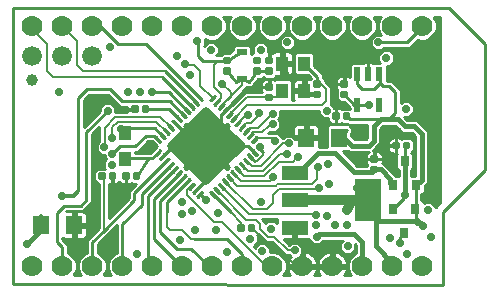
<source format=gbl>
G75*
G70*
%OFA0B0*%
%FSLAX24Y24*%
%IPPOS*%
%LPD*%
%AMOC8*
5,1,8,0,0,1.08239X$1,22.5*
%
%ADD10C,0.0100*%
%ADD11C,0.0125*%
%ADD12C,0.0394*%
%ADD13R,0.0394X0.0472*%
%ADD14R,0.0217X0.0472*%
%ADD15R,0.0310X0.0350*%
%ADD16R,0.0551X0.0630*%
%ADD17R,0.0413X0.0512*%
%ADD18C,0.0087*%
%ADD19C,0.0190*%
%ADD20R,0.0880X0.0480*%
%ADD21R,0.0866X0.1417*%
%ADD22R,0.0327X0.0248*%
%ADD23C,0.0700*%
%ADD24C,0.0660*%
%ADD25OC8,0.0240*%
%ADD26C,0.0080*%
%ADD27OC8,0.0270*%
%ADD28OC8,0.0320*%
%ADD29C,0.0160*%
%ADD30C,0.0320*%
%ADD31C,0.0120*%
D10*
X001820Y001850D02*
X016150Y001840D01*
X016150Y004250D01*
X017550Y005650D01*
X017550Y009850D01*
X017530Y009870D02*
X016350Y011050D01*
X001820Y011060D01*
X001820Y001850D01*
X003450Y002450D02*
X003450Y003090D01*
X003270Y003270D01*
X003270Y004230D01*
X003510Y004470D01*
X004070Y004470D01*
X004250Y004650D01*
X004250Y006920D01*
X004960Y007630D01*
X004710Y007635D02*
X004170Y007095D01*
X004170Y007995D01*
X004345Y008170D01*
X004975Y008170D01*
X005375Y007770D01*
X005600Y007770D01*
X005600Y007693D01*
X005862Y007693D01*
X005862Y007667D01*
X005600Y007667D01*
X005600Y007590D01*
X005210Y007590D01*
X005210Y007734D01*
X005064Y007880D01*
X004856Y007880D01*
X004710Y007734D01*
X004710Y007635D01*
X004704Y007629D02*
X004170Y007629D01*
X004170Y007727D02*
X004710Y007727D01*
X004802Y007826D02*
X004170Y007826D01*
X004170Y007924D02*
X005221Y007924D01*
X005123Y008023D02*
X004197Y008023D01*
X004296Y008121D02*
X005024Y008121D01*
X005050Y008350D02*
X004270Y008350D01*
X003990Y008070D01*
X003990Y004950D01*
X004430Y004969D02*
X004660Y004969D01*
X004660Y004871D02*
X004430Y004871D01*
X004430Y004772D02*
X004660Y004772D01*
X004660Y004674D02*
X004430Y004674D01*
X004430Y004575D02*
X004430Y006845D01*
X004690Y007105D01*
X004690Y006604D01*
X004600Y006514D01*
X004600Y006306D01*
X004746Y006160D01*
X004860Y006160D01*
X004860Y006096D01*
X004921Y006036D01*
X004835Y005950D01*
X004835Y005730D01*
X004860Y005705D01*
X004633Y005705D01*
X004520Y005592D01*
X004520Y005308D01*
X004633Y005195D01*
X004660Y005195D01*
X004660Y003715D01*
X004375Y003430D01*
X004270Y003325D01*
X004270Y002895D01*
X004178Y002857D01*
X004043Y002722D01*
X003970Y002545D01*
X003970Y002355D01*
X004043Y002178D01*
X004073Y002148D01*
X003827Y002149D01*
X003857Y002178D01*
X003930Y002355D01*
X003930Y002545D01*
X003857Y002722D01*
X003722Y002857D01*
X003630Y002895D01*
X003630Y003165D01*
X003525Y003270D01*
X003450Y003345D01*
X003450Y003399D01*
X003473Y003375D01*
X003508Y003355D01*
X003546Y003345D01*
X003791Y003345D01*
X003791Y003760D01*
X003891Y003760D01*
X003891Y003345D01*
X004137Y003345D01*
X004175Y003355D01*
X004209Y003375D01*
X004237Y003403D01*
X004257Y003437D01*
X004267Y003475D01*
X004267Y003760D01*
X003891Y003760D01*
X003891Y003860D01*
X003791Y003860D01*
X003791Y004275D01*
X003570Y004275D01*
X003585Y004290D01*
X004145Y004290D01*
X004430Y004575D01*
X004660Y004575D01*
X004660Y004477D02*
X004331Y004477D01*
X004233Y004378D02*
X004660Y004378D01*
X004660Y004280D02*
X003574Y004280D01*
X003791Y004181D02*
X003891Y004181D01*
X003891Y004275D02*
X003891Y003860D01*
X004267Y003860D01*
X004267Y004145D01*
X004257Y004183D01*
X004237Y004217D01*
X004209Y004245D01*
X004175Y004265D01*
X004137Y004275D01*
X003891Y004275D01*
X003891Y004083D02*
X003791Y004083D01*
X003791Y003984D02*
X003891Y003984D01*
X003891Y003886D02*
X003791Y003886D01*
X003891Y003787D02*
X004660Y003787D01*
X004660Y003886D02*
X004267Y003886D01*
X004267Y003984D02*
X004660Y003984D01*
X004660Y004083D02*
X004267Y004083D01*
X004257Y004181D02*
X004660Y004181D01*
X005000Y004181D02*
X005126Y004181D01*
X005028Y004083D02*
X005000Y004083D01*
X005000Y004055D02*
X005000Y005184D01*
X005035Y005175D01*
X005112Y005175D01*
X005112Y005437D01*
X005138Y005437D01*
X005138Y005175D01*
X005215Y005175D01*
X005270Y005189D01*
X005318Y005217D01*
X005350Y005249D01*
X005382Y005217D01*
X005430Y005189D01*
X005485Y005175D01*
X005562Y005175D01*
X005562Y005437D01*
X005588Y005437D01*
X005588Y005175D01*
X005665Y005175D01*
X005720Y005189D01*
X005763Y005215D01*
X005783Y005195D01*
X005910Y005195D01*
X005775Y005060D01*
X005670Y004955D01*
X005670Y004725D01*
X005000Y004055D01*
X005000Y004280D02*
X005225Y004280D01*
X005323Y004378D02*
X005000Y004378D01*
X005000Y004477D02*
X005422Y004477D01*
X005520Y004575D02*
X005000Y004575D01*
X005000Y004674D02*
X005619Y004674D01*
X005670Y004772D02*
X005000Y004772D01*
X005000Y004871D02*
X005670Y004871D01*
X005684Y004969D02*
X005000Y004969D01*
X005000Y005068D02*
X005783Y005068D01*
X005881Y005166D02*
X005000Y005166D01*
X005112Y005265D02*
X005138Y005265D01*
X005138Y005363D02*
X005112Y005363D01*
X005562Y005363D02*
X005588Y005363D01*
X005588Y005265D02*
X005562Y005265D01*
X005925Y005450D02*
X006225Y005925D01*
X006350Y006050D01*
X005583Y006050D01*
X005550Y006017D01*
X005877Y006230D02*
X005877Y006270D01*
X005965Y006270D01*
X006305Y006610D01*
X006438Y006610D01*
X006598Y006450D01*
X006562Y006414D01*
X006560Y006414D01*
X006375Y006230D01*
X005877Y006230D01*
X005877Y006250D02*
X006395Y006250D01*
X006493Y006348D02*
X006043Y006348D01*
X006141Y006447D02*
X006594Y006447D01*
X006503Y006545D02*
X006240Y006545D01*
X006230Y006790D02*
X005890Y006450D01*
X005360Y006450D01*
X005110Y006200D01*
X004860Y006151D02*
X004430Y006151D01*
X004430Y006053D02*
X004904Y006053D01*
X004839Y005954D02*
X004430Y005954D01*
X004430Y005856D02*
X004835Y005856D01*
X004835Y005757D02*
X004430Y005757D01*
X004430Y005659D02*
X004586Y005659D01*
X004520Y005560D02*
X004430Y005560D01*
X004430Y005462D02*
X004520Y005462D01*
X004520Y005363D02*
X004430Y005363D01*
X004430Y005265D02*
X004563Y005265D01*
X004660Y005166D02*
X004430Y005166D01*
X004430Y005068D02*
X004660Y005068D01*
X005850Y004880D02*
X005850Y004650D01*
X004830Y003630D01*
X004450Y003250D01*
X004450Y002450D01*
X003995Y002605D02*
X003905Y002605D01*
X003930Y002507D02*
X003970Y002507D01*
X003970Y002408D02*
X003930Y002408D01*
X003911Y002310D02*
X003989Y002310D01*
X004029Y002211D02*
X003871Y002211D01*
X003865Y002704D02*
X004035Y002704D01*
X004123Y002802D02*
X003777Y002802D01*
X003630Y002901D02*
X004270Y002901D01*
X004270Y002999D02*
X003630Y002999D01*
X003630Y003098D02*
X004270Y003098D01*
X004270Y003196D02*
X003599Y003196D01*
X003500Y003295D02*
X004270Y003295D01*
X004227Y003393D02*
X004338Y003393D01*
X004267Y003492D02*
X004437Y003492D01*
X004535Y003590D02*
X004267Y003590D01*
X004267Y003689D02*
X004634Y003689D01*
X004946Y003492D02*
X005270Y003492D01*
X005270Y003590D02*
X005045Y003590D01*
X005010Y003555D02*
X004630Y003175D01*
X004630Y002895D01*
X004722Y002857D01*
X004857Y002722D01*
X004930Y002545D01*
X004930Y002355D01*
X004857Y002178D01*
X004827Y002148D01*
X005073Y002148D01*
X005043Y002178D01*
X004970Y002355D01*
X004970Y002545D01*
X005043Y002722D01*
X005178Y002857D01*
X005270Y002895D01*
X005270Y003815D01*
X005010Y003555D01*
X005143Y003689D02*
X005270Y003689D01*
X005270Y003787D02*
X005242Y003787D01*
X005450Y003850D02*
X005450Y002450D01*
X004995Y002605D02*
X004905Y002605D01*
X004930Y002507D02*
X004970Y002507D01*
X004970Y002408D02*
X004930Y002408D01*
X004911Y002310D02*
X004989Y002310D01*
X005029Y002211D02*
X004871Y002211D01*
X004865Y002704D02*
X005035Y002704D01*
X005123Y002802D02*
X004777Y002802D01*
X004630Y002901D02*
X005270Y002901D01*
X005270Y002999D02*
X004630Y002999D01*
X004630Y003098D02*
X005270Y003098D01*
X005270Y003196D02*
X004651Y003196D01*
X004749Y003295D02*
X005270Y003295D01*
X005270Y003393D02*
X004848Y003393D01*
X005450Y003850D02*
X006100Y004500D01*
X006100Y004857D01*
X007060Y005817D01*
X006921Y005951D02*
X005850Y004880D01*
X006300Y004778D02*
X006300Y002650D01*
X006450Y002500D01*
X006450Y002450D01*
X006500Y003350D02*
X007400Y002450D01*
X007450Y002450D01*
X007750Y003030D02*
X008330Y002450D01*
X008450Y002450D01*
X007750Y003030D02*
X007270Y003030D01*
X006700Y003600D01*
X006700Y004622D01*
X007477Y005399D01*
X007338Y005538D02*
X006500Y004700D01*
X006500Y003350D01*
X006950Y004250D02*
X006950Y004593D01*
X007617Y005260D01*
X007895Y004981D02*
X008750Y005836D01*
X008750Y005950D01*
X008817Y005954D02*
X008675Y005954D01*
X008718Y006053D02*
X008577Y006053D01*
X008620Y006151D02*
X008478Y006151D01*
X008521Y006250D02*
X008380Y006250D01*
X008423Y006348D02*
X008281Y006348D01*
X008250Y006379D02*
X008321Y006450D01*
X009001Y005770D01*
X008930Y005699D01*
X008250Y006379D01*
X007570Y005699D01*
X007499Y005770D01*
X008179Y006450D01*
X007499Y007130D01*
X007570Y007201D01*
X008250Y006521D01*
X008179Y006450D01*
X008250Y006379D01*
X008219Y006348D02*
X008077Y006348D01*
X008120Y006250D02*
X007979Y006250D01*
X008022Y006151D02*
X007880Y006151D01*
X007923Y006053D02*
X007782Y006053D01*
X007825Y005954D02*
X007683Y005954D01*
X007726Y005856D02*
X007585Y005856D01*
X007628Y005757D02*
X007512Y005757D01*
X007199Y005677D02*
X006300Y004778D01*
X006350Y006050D02*
X006450Y006050D01*
X006634Y006234D01*
X006642Y006234D01*
X006782Y006095D02*
X007636Y006950D01*
X007750Y006950D01*
X007472Y006950D01*
X007199Y007223D01*
X007505Y007136D02*
X007635Y007136D01*
X007592Y007038D02*
X007733Y007038D01*
X007690Y006939D02*
X007832Y006939D01*
X007789Y006841D02*
X007930Y006841D01*
X007887Y006742D02*
X008029Y006742D01*
X007986Y006644D02*
X008127Y006644D01*
X008084Y006545D02*
X008226Y006545D01*
X008250Y006521D02*
X008930Y007201D01*
X009001Y007130D01*
X008321Y006450D01*
X008250Y006521D01*
X008274Y006545D02*
X008416Y006545D01*
X008373Y006644D02*
X008514Y006644D01*
X008471Y006742D02*
X008613Y006742D01*
X008570Y006841D02*
X008711Y006841D01*
X008668Y006939D02*
X008810Y006939D01*
X008750Y006950D02*
X008950Y006950D01*
X009450Y006450D01*
X009642Y006450D01*
X009858Y006234D01*
X009719Y006095D02*
X009864Y005950D01*
X010150Y006250D02*
X010050Y006350D01*
X010050Y006410D01*
X010320Y006880D02*
X010380Y006940D01*
X010574Y006940D01*
X010720Y007086D01*
X010720Y007294D01*
X010644Y007370D01*
X010710Y007436D01*
X010710Y007640D01*
X012020Y007640D01*
X012020Y007526D01*
X012166Y007380D01*
X012300Y007380D01*
X012300Y007360D01*
X012314Y007305D01*
X012342Y007257D01*
X012382Y007217D01*
X012430Y007189D01*
X012485Y007175D01*
X012562Y007175D01*
X012562Y007437D01*
X012588Y007437D01*
X012588Y007175D01*
X012665Y007175D01*
X012720Y007189D01*
X012763Y007215D01*
X012783Y007195D01*
X012950Y007195D01*
X012970Y007175D01*
X012352Y007175D01*
X012276Y007099D01*
X012276Y006440D01*
X012004Y006440D01*
X012004Y006680D01*
X011629Y006680D01*
X011629Y006780D01*
X012004Y006780D01*
X012004Y007065D01*
X011994Y007103D01*
X011974Y007137D01*
X011947Y007165D01*
X011912Y007185D01*
X011874Y007195D01*
X011629Y007195D01*
X011629Y006780D01*
X011529Y006780D01*
X011529Y007195D01*
X011283Y007195D01*
X011245Y007185D01*
X011211Y007165D01*
X011183Y007137D01*
X011163Y007103D01*
X011153Y007065D01*
X011153Y006780D01*
X011529Y006780D01*
X011529Y006680D01*
X011224Y006680D01*
X011104Y006800D01*
X010896Y006800D01*
X010816Y006720D01*
X010800Y006720D01*
X010800Y006734D01*
X010654Y006880D01*
X010320Y006880D01*
X010379Y006939D02*
X011153Y006939D01*
X011153Y006841D02*
X010693Y006841D01*
X010792Y006742D02*
X010838Y006742D01*
X011162Y006742D02*
X011529Y006742D01*
X011529Y006841D02*
X011629Y006841D01*
X011629Y006939D02*
X011529Y006939D01*
X011529Y007038D02*
X011629Y007038D01*
X011629Y007136D02*
X011529Y007136D01*
X011183Y007136D02*
X010720Y007136D01*
X010720Y007235D02*
X012365Y007235D01*
X012313Y007136D02*
X011975Y007136D01*
X012004Y007038D02*
X012276Y007038D01*
X012276Y006939D02*
X012004Y006939D01*
X012004Y006841D02*
X012276Y006841D01*
X012276Y006742D02*
X011629Y006742D01*
X012004Y006644D02*
X012276Y006644D01*
X012276Y006545D02*
X012004Y006545D01*
X012004Y006447D02*
X012276Y006447D01*
X012681Y006730D02*
X012925Y006974D01*
X013105Y006939D02*
X013620Y006939D01*
X013620Y006841D02*
X013087Y006841D01*
X013087Y006881D02*
X013105Y006899D01*
X013105Y007048D01*
X013087Y007067D01*
X013087Y007099D01*
X013016Y007170D01*
X013620Y007170D01*
X013620Y006717D01*
X013583Y006680D01*
X013197Y006680D01*
X013087Y006790D01*
X013087Y006881D01*
X013135Y006742D02*
X013620Y006742D01*
X013620Y007038D02*
X013105Y007038D01*
X013050Y007136D02*
X013620Y007136D01*
X014040Y007023D02*
X014157Y007140D01*
X014543Y007140D01*
X014660Y007023D01*
X014783Y006900D01*
X015103Y006900D01*
X015220Y006783D01*
X015220Y005455D01*
X015080Y005455D01*
X015080Y005656D01*
X015145Y005721D01*
X015145Y006179D01*
X015088Y006236D01*
X015180Y006328D01*
X015180Y006612D01*
X015067Y006725D01*
X014783Y006725D01*
X014763Y006705D01*
X014720Y006731D01*
X014665Y006745D01*
X014588Y006745D01*
X014588Y006483D01*
X014562Y006483D01*
X014562Y006745D01*
X014485Y006745D01*
X014430Y006731D01*
X014382Y006703D01*
X014342Y006663D01*
X014314Y006615D01*
X014300Y006560D01*
X014300Y006483D01*
X014562Y006483D01*
X014562Y006457D01*
X014588Y006457D01*
X014588Y006195D01*
X014591Y006195D01*
X014575Y006179D01*
X014575Y005721D01*
X014651Y005645D01*
X014660Y005645D01*
X014660Y005455D01*
X014582Y005455D01*
X014477Y005560D01*
X014152Y005885D01*
X014112Y005885D01*
X014125Y005935D01*
X014125Y006012D01*
X013863Y006012D01*
X013863Y006038D01*
X013837Y006038D01*
X013837Y006300D01*
X013797Y006300D01*
X013917Y006420D01*
X014040Y006543D01*
X014040Y007023D01*
X014055Y007038D02*
X014645Y007038D01*
X014547Y007136D02*
X014153Y007136D01*
X014070Y007350D02*
X014350Y007350D01*
X014550Y007550D01*
X014550Y008250D01*
X014350Y008450D01*
X014150Y008450D01*
X014050Y008550D01*
X014050Y008836D01*
X014024Y008862D01*
X014262Y008909D02*
X016050Y008909D01*
X016050Y008811D02*
X014262Y008811D01*
X014262Y008712D02*
X016050Y008712D01*
X016050Y008614D02*
X014441Y008614D01*
X014425Y008630D02*
X014262Y008630D01*
X014262Y009125D01*
X014360Y009125D01*
X014515Y009280D01*
X014515Y009500D01*
X014360Y009655D01*
X014140Y009655D01*
X013985Y009500D01*
X013985Y009280D01*
X014037Y009228D01*
X013862Y009228D01*
X013851Y009217D01*
X013850Y009218D01*
X013816Y009238D01*
X013778Y009248D01*
X013654Y009248D01*
X013654Y008866D01*
X013646Y008866D01*
X013646Y009248D01*
X013522Y009248D01*
X013484Y009238D01*
X013450Y009218D01*
X013449Y009217D01*
X013438Y009228D01*
X013114Y009228D01*
X013038Y009152D01*
X013038Y008761D01*
X012995Y008786D01*
X012940Y008800D01*
X012863Y008800D01*
X012863Y008538D01*
X012837Y008538D01*
X012837Y008800D01*
X012760Y008800D01*
X012705Y008786D01*
X012657Y008758D01*
X012617Y008718D01*
X012589Y008670D01*
X012575Y008615D01*
X012575Y008538D01*
X012837Y008538D01*
X012837Y008512D01*
X012575Y008512D01*
X012575Y008435D01*
X012589Y008380D01*
X012615Y008337D01*
X012595Y008317D01*
X012595Y008033D01*
X012708Y007920D01*
X012850Y007920D01*
X013007Y007764D01*
X013038Y007733D01*
X013038Y007705D01*
X012783Y007705D01*
X012763Y007685D01*
X012720Y007711D01*
X012665Y007725D01*
X012588Y007725D01*
X012588Y007463D01*
X012562Y007463D01*
X012562Y007725D01*
X012520Y007725D01*
X012520Y007734D01*
X012397Y007857D01*
X012420Y007880D01*
X012420Y008420D01*
X012245Y008595D01*
X012205Y008635D01*
X012205Y008667D01*
X012130Y008742D01*
X012130Y008841D01*
X011851Y009121D01*
X011851Y009513D01*
X011775Y009589D01*
X011254Y009589D01*
X011177Y009513D01*
X011177Y008893D01*
X011254Y008817D01*
X011646Y008817D01*
X011745Y008717D01*
X011731Y008703D01*
X011564Y008703D01*
X011564Y008347D01*
X011464Y008347D01*
X011464Y008247D01*
X011157Y008247D01*
X011157Y008022D01*
X011168Y007983D01*
X011170Y007980D01*
X011115Y007980D01*
X011123Y007987D01*
X011123Y008607D01*
X011046Y008683D01*
X010525Y008683D01*
X010516Y008673D01*
X010495Y008686D01*
X010440Y008700D01*
X010363Y008700D01*
X010363Y008438D01*
X010337Y008438D01*
X010337Y008700D01*
X010260Y008700D01*
X010205Y008686D01*
X010157Y008658D01*
X010117Y008618D01*
X010089Y008570D01*
X010075Y008515D01*
X009836Y008515D01*
X009832Y008509D02*
X009980Y008700D01*
X010092Y008700D01*
X010150Y008758D01*
X010208Y008700D01*
X010492Y008700D01*
X010589Y008797D01*
X010736Y008797D01*
X010736Y009153D01*
X010836Y009153D01*
X010836Y009253D01*
X010736Y009253D01*
X010736Y009609D01*
X010559Y009609D01*
X010521Y009598D01*
X010487Y009579D01*
X010478Y009570D01*
X010440Y009580D01*
X010363Y009580D01*
X010363Y009318D01*
X010337Y009318D01*
X010337Y009580D01*
X010320Y009580D01*
X010320Y009774D01*
X010174Y009920D01*
X009966Y009920D01*
X009820Y009774D01*
X009820Y009569D01*
X009805Y009566D01*
X009757Y009538D01*
X009743Y009524D01*
X009743Y009761D01*
X009667Y009837D01*
X009233Y009837D01*
X009157Y009761D01*
X009157Y009673D01*
X009144Y009664D01*
X009097Y009647D01*
X009085Y009622D01*
X008998Y009560D01*
X008808Y009560D01*
X008733Y009485D01*
X008589Y009485D01*
X008660Y009556D01*
X008660Y009764D01*
X008514Y009910D01*
X008306Y009910D01*
X008170Y009774D01*
X008170Y009795D01*
X008215Y009840D01*
X008215Y010028D01*
X008355Y009970D01*
X008545Y009970D01*
X008722Y010043D01*
X008857Y010178D01*
X008930Y010355D01*
X008930Y010545D01*
X008857Y010722D01*
X008824Y010755D01*
X009076Y010755D01*
X009043Y010722D01*
X008970Y010545D01*
X008970Y010355D01*
X009043Y010178D01*
X009178Y010043D01*
X009355Y009970D01*
X009545Y009970D01*
X009722Y010043D01*
X009857Y010178D01*
X009930Y010355D01*
X009930Y010545D01*
X009857Y010722D01*
X009824Y010754D01*
X010075Y010754D01*
X010043Y010722D01*
X009970Y010545D01*
X009970Y010355D01*
X010043Y010178D01*
X010178Y010043D01*
X010355Y009970D01*
X010545Y009970D01*
X010722Y010043D01*
X010857Y010178D01*
X010930Y010355D01*
X010930Y010545D01*
X010857Y010722D01*
X010825Y010754D01*
X011075Y010754D01*
X011043Y010722D01*
X010970Y010545D01*
X010970Y010355D01*
X011043Y010178D01*
X011178Y010043D01*
X011355Y009970D01*
X011545Y009970D01*
X011722Y010043D01*
X011857Y010178D01*
X011930Y010355D01*
X011930Y010545D01*
X011857Y010722D01*
X011826Y010753D01*
X012074Y010753D01*
X012043Y010722D01*
X011970Y010545D01*
X011970Y010355D01*
X012043Y010178D01*
X012178Y010043D01*
X012355Y009970D01*
X012545Y009970D01*
X012722Y010043D01*
X012857Y010178D01*
X012930Y010355D01*
X012930Y010545D01*
X012857Y010722D01*
X012826Y010752D01*
X013073Y010752D01*
X013043Y010722D01*
X012970Y010545D01*
X012970Y010355D01*
X013043Y010178D01*
X013178Y010043D01*
X013355Y009970D01*
X013545Y009970D01*
X013722Y010043D01*
X013857Y010178D01*
X013930Y010355D01*
X013930Y010545D01*
X013857Y010722D01*
X013827Y010752D01*
X014073Y010752D01*
X014043Y010722D01*
X013970Y010545D01*
X013970Y010355D01*
X014043Y010178D01*
X014061Y010160D01*
X013886Y010160D01*
X013740Y010014D01*
X013740Y009806D01*
X013886Y009660D01*
X014094Y009660D01*
X014164Y009730D01*
X015025Y009730D01*
X015130Y009835D01*
X015130Y009835D01*
X015291Y009996D01*
X015355Y009970D01*
X015545Y009970D01*
X015722Y010043D01*
X015857Y010178D01*
X015930Y010355D01*
X015930Y010545D01*
X015857Y010722D01*
X015828Y010750D01*
X016050Y010750D01*
X016050Y004574D01*
X015900Y004425D01*
X015750Y004575D01*
X015530Y004575D01*
X015505Y004550D01*
X015505Y004579D01*
X015429Y004655D01*
X015420Y004655D01*
X015420Y004845D01*
X015449Y004845D01*
X015525Y004921D01*
X015525Y005138D01*
X015640Y005253D01*
X015640Y006957D01*
X015517Y007080D01*
X015277Y007320D01*
X014957Y007320D01*
X014852Y007425D01*
X015020Y007425D01*
X015175Y007580D01*
X015175Y007800D01*
X015020Y007955D01*
X014800Y007955D01*
X014730Y007885D01*
X014730Y008325D01*
X014530Y008525D01*
X014425Y008630D01*
X014540Y008515D02*
X016050Y008515D01*
X016050Y008417D02*
X014638Y008417D01*
X014730Y008318D02*
X016050Y008318D01*
X016050Y008220D02*
X014730Y008220D01*
X014730Y008121D02*
X016050Y008121D01*
X016050Y008023D02*
X014730Y008023D01*
X014730Y007924D02*
X014769Y007924D01*
X015051Y007924D02*
X016050Y007924D01*
X016050Y007826D02*
X015149Y007826D01*
X015175Y007727D02*
X016050Y007727D01*
X016050Y007629D02*
X015175Y007629D01*
X015125Y007530D02*
X016050Y007530D01*
X016050Y007432D02*
X015026Y007432D01*
X014944Y007333D02*
X016050Y007333D01*
X016050Y007235D02*
X015362Y007235D01*
X015461Y007136D02*
X016050Y007136D01*
X016050Y007038D02*
X015559Y007038D01*
X015640Y006939D02*
X016050Y006939D01*
X016050Y006841D02*
X015640Y006841D01*
X015640Y006742D02*
X016050Y006742D01*
X016050Y006644D02*
X015640Y006644D01*
X015640Y006545D02*
X016050Y006545D01*
X016050Y006447D02*
X015640Y006447D01*
X015640Y006348D02*
X016050Y006348D01*
X016050Y006250D02*
X015640Y006250D01*
X015640Y006151D02*
X016050Y006151D01*
X016050Y006053D02*
X015640Y006053D01*
X015640Y005954D02*
X016050Y005954D01*
X016050Y005856D02*
X015640Y005856D01*
X015640Y005757D02*
X016050Y005757D01*
X016050Y005659D02*
X015640Y005659D01*
X015640Y005560D02*
X016050Y005560D01*
X016050Y005462D02*
X015640Y005462D01*
X015640Y005363D02*
X016050Y005363D01*
X016050Y005265D02*
X015640Y005265D01*
X015553Y005166D02*
X016050Y005166D01*
X016050Y005068D02*
X015525Y005068D01*
X015525Y004969D02*
X016050Y004969D01*
X016050Y004871D02*
X015474Y004871D01*
X015420Y004772D02*
X016050Y004772D01*
X016050Y004674D02*
X015420Y004674D01*
X015505Y004575D02*
X016050Y004575D01*
X015952Y004477D02*
X015848Y004477D01*
X015240Y004370D02*
X015220Y004350D01*
X015250Y004320D01*
X015250Y004050D01*
X015400Y003900D01*
X015460Y003780D01*
X014840Y003550D02*
X014710Y003420D01*
X014710Y003220D01*
X013240Y003163D02*
X013240Y002883D01*
X013178Y002857D01*
X013043Y002722D01*
X012970Y002545D01*
X012970Y002355D01*
X013043Y002178D01*
X013079Y002142D01*
X012844Y002142D01*
X012878Y002188D01*
X012913Y002258D01*
X012938Y002333D01*
X012948Y002400D01*
X012500Y002400D01*
X012500Y002500D01*
X012400Y002500D01*
X012400Y002948D01*
X012333Y002938D01*
X012258Y002913D01*
X012188Y002878D01*
X012124Y002831D01*
X012069Y002776D01*
X012022Y002712D01*
X011987Y002642D01*
X011962Y002567D01*
X011952Y002500D01*
X012400Y002500D01*
X012400Y002400D01*
X011952Y002400D01*
X011962Y002333D01*
X011987Y002258D01*
X012022Y002188D01*
X012055Y002143D01*
X011845Y002143D01*
X011878Y002188D01*
X011913Y002258D01*
X011938Y002333D01*
X011948Y002400D01*
X011500Y002400D01*
X011500Y002500D01*
X011400Y002500D01*
X011400Y002836D01*
X011450Y002886D01*
X011450Y003094D01*
X011304Y003240D01*
X011096Y003240D01*
X011023Y003167D01*
X010840Y003350D01*
X011150Y003350D01*
X011150Y003690D01*
X011250Y003690D01*
X011250Y003350D01*
X011660Y003350D01*
X011680Y003355D01*
X011680Y003326D01*
X011826Y003180D01*
X012034Y003180D01*
X012154Y003300D01*
X012806Y003300D01*
X012720Y003214D01*
X012720Y003006D01*
X012866Y002860D01*
X013074Y002860D01*
X013220Y003006D01*
X013220Y003183D01*
X013240Y003163D01*
X013240Y003098D02*
X013220Y003098D01*
X013213Y002999D02*
X013240Y002999D01*
X013240Y002901D02*
X013114Y002901D01*
X013123Y002802D02*
X012805Y002802D01*
X012831Y002776D02*
X012776Y002831D01*
X012712Y002878D01*
X012642Y002913D01*
X012567Y002938D01*
X012500Y002948D01*
X012500Y002500D01*
X012948Y002500D01*
X012938Y002567D01*
X012913Y002642D01*
X012878Y002712D01*
X012831Y002776D01*
X012882Y002704D02*
X013035Y002704D01*
X012995Y002605D02*
X012925Y002605D01*
X012947Y002507D02*
X012970Y002507D01*
X012970Y002408D02*
X012500Y002408D01*
X012500Y002507D02*
X012400Y002507D01*
X012400Y002605D02*
X012500Y002605D01*
X012500Y002704D02*
X012400Y002704D01*
X012400Y002802D02*
X012500Y002802D01*
X012500Y002901D02*
X012400Y002901D01*
X012233Y002901D02*
X011667Y002901D01*
X011642Y002913D02*
X011567Y002938D01*
X011500Y002948D01*
X011500Y002500D01*
X011948Y002500D01*
X011938Y002567D01*
X011913Y002642D01*
X011878Y002712D01*
X011831Y002776D01*
X011776Y002831D01*
X011712Y002878D01*
X011642Y002913D01*
X011500Y002901D02*
X011450Y002901D01*
X011450Y002999D02*
X012727Y002999D01*
X012720Y003098D02*
X011446Y003098D01*
X011348Y003196D02*
X011810Y003196D01*
X011712Y003295D02*
X010896Y003295D01*
X010994Y003196D02*
X011052Y003196D01*
X011150Y003393D02*
X011250Y003393D01*
X011250Y003492D02*
X011150Y003492D01*
X011150Y003590D02*
X011250Y003590D01*
X011250Y003689D02*
X011150Y003689D01*
X010610Y003885D02*
X010530Y003965D01*
X010310Y003965D01*
X010220Y003875D01*
X010220Y003920D01*
X010120Y004020D01*
X010615Y004020D01*
X010610Y004000D01*
X010610Y003885D01*
X010609Y003886D02*
X010610Y003886D01*
X010610Y003984D02*
X010156Y003984D01*
X010120Y004020D02*
X010120Y004020D01*
X010220Y003886D02*
X010231Y003886D01*
X009980Y003520D02*
X009948Y003487D01*
X009940Y003483D01*
X009970Y003454D01*
X009970Y003246D01*
X009832Y003108D01*
X009868Y003072D01*
X010006Y003210D01*
X010214Y003210D01*
X010360Y003064D01*
X010360Y002930D01*
X010545Y002930D01*
X010722Y002857D01*
X010857Y002722D01*
X010930Y002545D01*
X010930Y002355D01*
X010857Y002178D01*
X010823Y002144D01*
X011055Y002144D01*
X011022Y002188D01*
X010987Y002258D01*
X010962Y002333D01*
X010952Y002400D01*
X011400Y002400D01*
X011400Y002500D01*
X010952Y002500D01*
X010962Y002567D01*
X010987Y002642D01*
X011022Y002712D01*
X011065Y002771D01*
X011016Y002820D01*
X010890Y002820D01*
X010450Y003260D01*
X010240Y003260D01*
X010140Y003360D01*
X009980Y003520D01*
X009952Y003492D02*
X010008Y003492D01*
X009970Y003393D02*
X010107Y003393D01*
X010205Y003295D02*
X009970Y003295D01*
X009992Y003196D02*
X009920Y003196D01*
X009894Y003098D02*
X009843Y003098D01*
X010228Y003196D02*
X010514Y003196D01*
X010612Y003098D02*
X010326Y003098D01*
X010360Y002999D02*
X010711Y002999D01*
X010617Y002901D02*
X010809Y002901D01*
X010777Y002802D02*
X011034Y002802D01*
X011018Y002704D02*
X010865Y002704D01*
X010905Y002605D02*
X010975Y002605D01*
X010953Y002507D02*
X010930Y002507D01*
X010930Y002408D02*
X011400Y002408D01*
X011400Y002507D02*
X011500Y002507D01*
X011500Y002605D02*
X011400Y002605D01*
X011400Y002704D02*
X011500Y002704D01*
X011500Y002802D02*
X011400Y002802D01*
X011805Y002802D02*
X012095Y002802D01*
X012018Y002704D02*
X011882Y002704D01*
X011925Y002605D02*
X011975Y002605D01*
X011953Y002507D02*
X011947Y002507D01*
X011930Y002310D02*
X011970Y002310D01*
X012011Y002211D02*
X011889Y002211D01*
X011500Y002408D02*
X012400Y002408D01*
X012889Y002211D02*
X013029Y002211D01*
X012989Y002310D02*
X012930Y002310D01*
X012826Y002901D02*
X012667Y002901D01*
X012720Y003196D02*
X012050Y003196D01*
X012148Y003295D02*
X012801Y003295D01*
X014460Y004350D02*
X014850Y004740D01*
X014870Y004830D01*
X015240Y005150D02*
X015240Y004370D01*
X015220Y005462D02*
X015080Y005462D01*
X015080Y005560D02*
X015220Y005560D01*
X015220Y005659D02*
X015082Y005659D01*
X015145Y005757D02*
X015220Y005757D01*
X015220Y005856D02*
X015145Y005856D01*
X015145Y005954D02*
X015220Y005954D01*
X015220Y006053D02*
X015145Y006053D01*
X015145Y006151D02*
X015220Y006151D01*
X015220Y006250D02*
X015102Y006250D01*
X015180Y006348D02*
X015220Y006348D01*
X015220Y006447D02*
X015180Y006447D01*
X015180Y006545D02*
X015220Y006545D01*
X015220Y006644D02*
X015149Y006644D01*
X015220Y006742D02*
X014677Y006742D01*
X014588Y006742D02*
X014562Y006742D01*
X014473Y006742D02*
X014040Y006742D01*
X014040Y006644D02*
X014331Y006644D01*
X014300Y006545D02*
X014040Y006545D01*
X013944Y006447D02*
X014300Y006447D01*
X014300Y006457D02*
X014300Y006380D01*
X014314Y006325D01*
X014342Y006277D01*
X014382Y006237D01*
X014430Y006209D01*
X014485Y006195D01*
X014562Y006195D01*
X014562Y006457D01*
X014300Y006457D01*
X014308Y006348D02*
X013845Y006348D01*
X013863Y006300D02*
X013863Y006038D01*
X014125Y006038D01*
X014125Y006115D01*
X014111Y006170D01*
X014083Y006218D01*
X014043Y006258D01*
X013995Y006286D01*
X013940Y006300D01*
X013863Y006300D01*
X013863Y006250D02*
X013837Y006250D01*
X013837Y006151D02*
X013863Y006151D01*
X013863Y006053D02*
X013837Y006053D01*
X013837Y006038D02*
X013837Y006012D01*
X013575Y006012D01*
X013575Y005935D01*
X013589Y005880D01*
X013615Y005837D01*
X013595Y005817D01*
X013595Y005800D01*
X013277Y005800D01*
X012792Y006285D01*
X012998Y006285D01*
X013023Y006260D01*
X013661Y006260D01*
X013657Y006258D01*
X013617Y006218D01*
X013589Y006170D01*
X013575Y006115D01*
X013575Y006038D01*
X013837Y006038D01*
X013575Y006053D02*
X013024Y006053D01*
X012926Y006151D02*
X013585Y006151D01*
X013649Y006250D02*
X012827Y006250D01*
X013123Y005954D02*
X013575Y005954D01*
X013604Y005856D02*
X013221Y005856D01*
X014125Y005954D02*
X014575Y005954D01*
X014575Y005856D02*
X014181Y005856D01*
X014280Y005757D02*
X014575Y005757D01*
X014638Y005659D02*
X014378Y005659D01*
X014477Y005560D02*
X014660Y005560D01*
X014660Y005462D02*
X014575Y005462D01*
X014870Y005940D02*
X014860Y005950D01*
X014860Y006405D01*
X014925Y006470D01*
X014588Y006447D02*
X014562Y006447D01*
X014562Y006545D02*
X014588Y006545D01*
X014588Y006644D02*
X014562Y006644D01*
X014562Y006348D02*
X014588Y006348D01*
X014588Y006250D02*
X014562Y006250D01*
X014575Y006151D02*
X014115Y006151D01*
X014125Y006053D02*
X014575Y006053D01*
X014370Y006250D02*
X014051Y006250D01*
X014040Y006841D02*
X015162Y006841D01*
X014744Y006939D02*
X014040Y006939D01*
X014070Y007350D02*
X013050Y007350D01*
X012950Y007450D01*
X012925Y007450D01*
X012588Y007432D02*
X012562Y007432D01*
X012562Y007530D02*
X012588Y007530D01*
X012588Y007629D02*
X012562Y007629D01*
X012520Y007727D02*
X013038Y007727D01*
X012945Y007826D02*
X012428Y007826D01*
X012420Y007924D02*
X012704Y007924D01*
X012605Y008023D02*
X012420Y008023D01*
X012420Y008121D02*
X012595Y008121D01*
X012595Y008220D02*
X012420Y008220D01*
X012420Y008318D02*
X012596Y008318D01*
X012580Y008417D02*
X012420Y008417D01*
X012325Y008515D02*
X012837Y008515D01*
X012837Y008614D02*
X012863Y008614D01*
X012863Y008712D02*
X012837Y008712D01*
X012614Y008712D02*
X012160Y008712D01*
X012130Y008811D02*
X013038Y008811D01*
X013038Y008909D02*
X012062Y008909D01*
X011964Y009008D02*
X013038Y009008D01*
X013038Y009106D02*
X011865Y009106D01*
X011851Y009205D02*
X013090Y009205D01*
X013276Y008862D02*
X013276Y008524D01*
X013450Y008350D01*
X013850Y008350D01*
X014050Y008550D01*
X014262Y009008D02*
X016050Y009008D01*
X016050Y009106D02*
X014262Y009106D01*
X014439Y009205D02*
X016050Y009205D01*
X016050Y009303D02*
X014515Y009303D01*
X014515Y009402D02*
X016050Y009402D01*
X016050Y009500D02*
X014515Y009500D01*
X014416Y009599D02*
X016050Y009599D01*
X016050Y009697D02*
X014131Y009697D01*
X014084Y009599D02*
X011050Y009599D01*
X011050Y009598D02*
X011012Y009609D01*
X010836Y009609D01*
X010836Y009253D01*
X011143Y009253D01*
X011143Y009478D01*
X011132Y009517D01*
X011113Y009551D01*
X011085Y009579D01*
X011050Y009598D01*
X011054Y009660D02*
X011200Y009806D01*
X011200Y010014D01*
X011054Y010160D01*
X010846Y010160D01*
X010700Y010014D01*
X010700Y009806D01*
X010846Y009660D01*
X011054Y009660D01*
X011091Y009697D02*
X013849Y009697D01*
X013751Y009796D02*
X011189Y009796D01*
X011200Y009894D02*
X013740Y009894D01*
X013740Y009993D02*
X013600Y009993D01*
X013770Y010091D02*
X013817Y010091D01*
X013862Y010190D02*
X014038Y010190D01*
X013998Y010288D02*
X013902Y010288D01*
X013930Y010387D02*
X013970Y010387D01*
X013970Y010485D02*
X013930Y010485D01*
X013914Y010584D02*
X013986Y010584D01*
X014027Y010682D02*
X013873Y010682D01*
X013027Y010682D02*
X012873Y010682D01*
X012914Y010584D02*
X012986Y010584D01*
X012970Y010485D02*
X012930Y010485D01*
X012930Y010387D02*
X012970Y010387D01*
X012998Y010288D02*
X012902Y010288D01*
X012862Y010190D02*
X013038Y010190D01*
X013130Y010091D02*
X012770Y010091D01*
X012600Y009993D02*
X013300Y009993D01*
X013990Y009910D02*
X014950Y009910D01*
X015450Y010410D01*
X015450Y010450D01*
X015902Y010288D02*
X016050Y010288D01*
X016050Y010190D02*
X015862Y010190D01*
X015770Y010091D02*
X016050Y010091D01*
X016050Y009993D02*
X015600Y009993D01*
X015300Y009993D02*
X015287Y009993D01*
X015189Y009894D02*
X016050Y009894D01*
X016050Y009796D02*
X015090Y009796D01*
X015930Y010387D02*
X016050Y010387D01*
X016050Y010485D02*
X015930Y010485D01*
X015914Y010584D02*
X016050Y010584D01*
X016050Y010682D02*
X015873Y010682D01*
X013985Y009500D02*
X011851Y009500D01*
X011851Y009402D02*
X013985Y009402D01*
X013985Y009303D02*
X011851Y009303D01*
X011514Y009203D02*
X011950Y008767D01*
X011950Y008525D01*
X011740Y008712D02*
X010504Y008712D01*
X010363Y008614D02*
X010337Y008614D01*
X010337Y008515D02*
X010363Y008515D01*
X010337Y008438D02*
X010075Y008438D01*
X010075Y008515D01*
X010075Y008412D02*
X010075Y008335D01*
X010089Y008280D01*
X010110Y008245D01*
X009526Y008245D01*
X009427Y008145D01*
X009113Y007832D01*
X009094Y007851D01*
X009077Y007867D01*
X009140Y007930D01*
X009240Y008030D01*
X009240Y008035D01*
X009520Y008315D01*
X009520Y008315D01*
X009617Y008412D01*
X009621Y008409D01*
X009652Y008413D01*
X009681Y008403D01*
X009723Y008422D01*
X009769Y008428D01*
X009788Y008453D01*
X009816Y008466D01*
X009832Y008509D01*
X009913Y008614D02*
X010115Y008614D01*
X010104Y008712D02*
X010196Y008712D01*
X010350Y008955D02*
X009950Y008955D01*
X009672Y008597D01*
X009450Y008677D01*
X009228Y008597D01*
X008950Y008955D01*
X008950Y009305D02*
X008650Y009305D01*
X008135Y009305D01*
X007990Y009450D01*
X007990Y009910D01*
X007950Y009950D01*
X008215Y009993D02*
X008300Y009993D01*
X008290Y009894D02*
X008215Y009894D01*
X008192Y009796D02*
X008170Y009796D01*
X008530Y009894D02*
X009940Y009894D01*
X009842Y009796D02*
X009708Y009796D01*
X009743Y009697D02*
X009820Y009697D01*
X009820Y009599D02*
X009743Y009599D01*
X009450Y009583D02*
X009228Y009503D01*
X008950Y009305D01*
X008748Y009500D02*
X008604Y009500D01*
X008660Y009599D02*
X009052Y009599D01*
X009157Y009697D02*
X008660Y009697D01*
X008628Y009796D02*
X009192Y009796D01*
X009300Y009993D02*
X008600Y009993D01*
X008770Y010091D02*
X009130Y010091D01*
X009038Y010190D02*
X008862Y010190D01*
X008902Y010288D02*
X008998Y010288D01*
X008970Y010387D02*
X008930Y010387D01*
X008930Y010485D02*
X008970Y010485D01*
X008986Y010584D02*
X008914Y010584D01*
X008873Y010682D02*
X009027Y010682D01*
X009873Y010682D02*
X010027Y010682D01*
X009986Y010584D02*
X009914Y010584D01*
X009930Y010485D02*
X009970Y010485D01*
X009970Y010387D02*
X009930Y010387D01*
X009902Y010288D02*
X009998Y010288D01*
X010038Y010190D02*
X009862Y010190D01*
X009770Y010091D02*
X010130Y010091D01*
X010300Y009993D02*
X009600Y009993D01*
X010200Y009894D02*
X010700Y009894D01*
X010700Y009993D02*
X010600Y009993D01*
X010770Y010091D02*
X010777Y010091D01*
X010862Y010190D02*
X011038Y010190D01*
X010998Y010288D02*
X010902Y010288D01*
X010930Y010387D02*
X010970Y010387D01*
X010970Y010485D02*
X010930Y010485D01*
X010914Y010584D02*
X010986Y010584D01*
X011027Y010682D02*
X010873Y010682D01*
X011123Y010091D02*
X011130Y010091D01*
X011200Y009993D02*
X011300Y009993D01*
X011600Y009993D02*
X012300Y009993D01*
X012130Y010091D02*
X011770Y010091D01*
X011862Y010190D02*
X012038Y010190D01*
X011998Y010288D02*
X011902Y010288D01*
X011930Y010387D02*
X011970Y010387D01*
X011970Y010485D02*
X011930Y010485D01*
X011914Y010584D02*
X011986Y010584D01*
X012027Y010682D02*
X011873Y010682D01*
X010809Y009697D02*
X010320Y009697D01*
X010320Y009599D02*
X010522Y009599D01*
X010363Y009500D02*
X010337Y009500D01*
X010337Y009402D02*
X010363Y009402D01*
X010736Y009402D02*
X010836Y009402D01*
X010836Y009500D02*
X010736Y009500D01*
X010736Y009599D02*
X010836Y009599D01*
X010711Y009796D02*
X010298Y009796D01*
X010736Y009303D02*
X010836Y009303D01*
X010836Y009205D02*
X011177Y009205D01*
X011143Y009153D02*
X010836Y009153D01*
X010836Y008797D01*
X011012Y008797D01*
X011050Y008807D01*
X011085Y008827D01*
X011113Y008855D01*
X011132Y008889D01*
X011143Y008927D01*
X011143Y009153D01*
X011143Y009106D02*
X011177Y009106D01*
X011177Y009008D02*
X011143Y009008D01*
X011138Y008909D02*
X011177Y008909D01*
X011056Y008811D02*
X011652Y008811D01*
X011464Y008703D02*
X011288Y008703D01*
X011250Y008693D01*
X011215Y008673D01*
X011187Y008645D01*
X011168Y008611D01*
X011157Y008573D01*
X011157Y008347D01*
X011464Y008347D01*
X011464Y008703D01*
X011464Y008614D02*
X011564Y008614D01*
X011564Y008515D02*
X011464Y008515D01*
X011464Y008417D02*
X011564Y008417D01*
X011464Y008318D02*
X011123Y008318D01*
X011123Y008220D02*
X011157Y008220D01*
X011157Y008121D02*
X011123Y008121D01*
X011123Y008023D02*
X011157Y008023D01*
X011157Y008417D02*
X011123Y008417D01*
X011123Y008515D02*
X011157Y008515D01*
X011169Y008614D02*
X011116Y008614D01*
X010836Y008811D02*
X010736Y008811D01*
X010736Y008909D02*
X010836Y008909D01*
X010836Y009008D02*
X010736Y009008D01*
X010736Y009106D02*
X010836Y009106D01*
X011143Y009303D02*
X011177Y009303D01*
X011177Y009402D02*
X011143Y009402D01*
X011137Y009500D02*
X011177Y009500D01*
X012227Y008614D02*
X012575Y008614D01*
X012825Y008175D02*
X012850Y008175D01*
X013187Y007838D01*
X013276Y007838D01*
X013304Y007810D01*
X013680Y007810D01*
X012588Y007333D02*
X012562Y007333D01*
X012562Y007235D02*
X012588Y007235D01*
X012307Y007333D02*
X010681Y007333D01*
X010705Y007432D02*
X012115Y007432D01*
X012020Y007530D02*
X010710Y007530D01*
X010710Y007629D02*
X012020Y007629D01*
X011153Y007038D02*
X010671Y007038D01*
X009205Y007924D02*
X009134Y007924D01*
X009094Y007851D02*
X008883Y007640D01*
X008749Y007506D01*
X008749Y007506D01*
X008883Y007640D01*
X008883Y007640D01*
X008750Y007507D01*
X008750Y006950D01*
X008767Y007038D02*
X008908Y007038D01*
X008865Y007136D02*
X008995Y007136D01*
X008773Y007530D02*
X008773Y007530D01*
X008872Y007629D02*
X008872Y007629D01*
X008883Y007640D02*
X008883Y007640D01*
X009094Y007851D01*
X009069Y007826D02*
X009069Y007826D01*
X008970Y007727D02*
X008970Y007727D01*
X009233Y008023D02*
X009304Y008023D01*
X009326Y008121D02*
X009402Y008121D01*
X009425Y008220D02*
X009501Y008220D01*
X009523Y008318D02*
X010079Y008318D01*
X010075Y008412D02*
X010337Y008412D01*
X010337Y008438D01*
X010337Y008417D02*
X009711Y008417D01*
X008034Y008058D02*
X006242Y009850D01*
X005310Y009850D01*
X004710Y010450D01*
X004450Y010450D01*
X006864Y008950D02*
X007895Y007918D01*
X007756Y007779D02*
X006785Y008750D01*
X007007Y008250D02*
X006450Y008250D01*
X007007Y008250D02*
X007617Y007640D01*
X007477Y007501D02*
X007028Y007950D01*
X005450Y007950D01*
X005050Y008350D01*
X005118Y007826D02*
X005320Y007826D01*
X005210Y007727D02*
X005600Y007727D01*
X005600Y007629D02*
X005210Y007629D01*
X004605Y007530D02*
X004170Y007530D01*
X004170Y007432D02*
X004507Y007432D01*
X004408Y007333D02*
X004170Y007333D01*
X004170Y007235D02*
X004310Y007235D01*
X004211Y007136D02*
X004170Y007136D01*
X004430Y006841D02*
X004690Y006841D01*
X004690Y006939D02*
X004524Y006939D01*
X004622Y007038D02*
X004690Y007038D01*
X004690Y006742D02*
X004430Y006742D01*
X004430Y006644D02*
X004690Y006644D01*
X004631Y006545D02*
X004430Y006545D01*
X004430Y006447D02*
X004600Y006447D01*
X004600Y006348D02*
X004430Y006348D01*
X004430Y006250D02*
X004657Y006250D01*
X005550Y006750D02*
X005550Y006883D01*
X005537Y006883D01*
X005410Y007010D01*
X005550Y006883D02*
X005717Y007050D01*
X006536Y007050D01*
X006782Y006805D01*
X006642Y006666D02*
X006518Y006790D01*
X006230Y006790D01*
X007020Y007680D02*
X007338Y007362D01*
X007020Y007680D02*
X006225Y007680D01*
X007950Y006450D02*
X008250Y006450D01*
X008317Y006447D02*
X008324Y006447D01*
X008183Y006447D02*
X008176Y006447D01*
X008774Y005856D02*
X008915Y005856D01*
X008872Y005757D02*
X008988Y005757D01*
X008466Y004842D02*
X009058Y004250D01*
X009755Y003720D02*
X009755Y003715D01*
X009760Y003710D01*
X008950Y003350D02*
X009450Y002850D01*
X009450Y002450D01*
X010400Y002550D02*
X010450Y002500D01*
X010450Y002450D01*
X010911Y002310D02*
X010970Y002310D01*
X011011Y002211D02*
X010871Y002211D01*
X008950Y003350D02*
X007850Y003350D01*
X008227Y004650D02*
X008250Y004650D01*
X008227Y004650D02*
X008034Y004842D01*
X006921Y005951D02*
X006921Y005956D01*
X003891Y003689D02*
X003791Y003689D01*
X003791Y003590D02*
X003891Y003590D01*
X003891Y003492D02*
X003791Y003492D01*
X003791Y003393D02*
X003891Y003393D01*
X003455Y003393D02*
X003450Y003393D01*
X013646Y008909D02*
X013654Y008909D01*
X013646Y009008D02*
X013654Y009008D01*
X013646Y009106D02*
X013654Y009106D01*
X013646Y009205D02*
X013654Y009205D01*
D11*
X012913Y008588D02*
X012913Y008462D01*
X012787Y008462D01*
X012787Y008588D01*
X012913Y008588D01*
X012913Y008586D02*
X012787Y008586D01*
X012913Y008238D02*
X012913Y008112D01*
X012787Y008112D01*
X012787Y008238D01*
X012913Y008238D01*
X012913Y008236D02*
X012787Y008236D01*
X012013Y008238D02*
X012013Y008112D01*
X011887Y008112D01*
X011887Y008238D01*
X012013Y008238D01*
X012013Y008236D02*
X011887Y008236D01*
X012013Y008462D02*
X012013Y008588D01*
X012013Y008462D02*
X011887Y008462D01*
X011887Y008588D01*
X012013Y008588D01*
X012013Y008586D02*
X011887Y008586D01*
X010287Y008488D02*
X010287Y008362D01*
X010287Y008488D02*
X010413Y008488D01*
X010413Y008362D01*
X010287Y008362D01*
X010287Y008486D02*
X010413Y008486D01*
X010287Y008138D02*
X010287Y008012D01*
X010287Y008138D02*
X010413Y008138D01*
X010413Y008012D01*
X010287Y008012D01*
X010287Y008136D02*
X010413Y008136D01*
X010413Y008892D02*
X010413Y009018D01*
X010413Y008892D02*
X010287Y008892D01*
X010287Y009018D01*
X010413Y009018D01*
X010413Y009016D02*
X010287Y009016D01*
X010013Y009018D02*
X010013Y008892D01*
X009887Y008892D01*
X009887Y009018D01*
X010013Y009018D01*
X010013Y009016D02*
X009887Y009016D01*
X010013Y009242D02*
X010013Y009368D01*
X010013Y009242D02*
X009887Y009242D01*
X009887Y009368D01*
X010013Y009368D01*
X010013Y009366D02*
X009887Y009366D01*
X010413Y009368D02*
X010413Y009242D01*
X010287Y009242D01*
X010287Y009368D01*
X010413Y009368D01*
X010413Y009366D02*
X010287Y009366D01*
X009013Y009368D02*
X009013Y009242D01*
X008887Y009242D01*
X008887Y009368D01*
X009013Y009368D01*
X009013Y009366D02*
X008887Y009366D01*
X009013Y009018D02*
X009013Y008892D01*
X008887Y008892D01*
X008887Y009018D01*
X009013Y009018D01*
X009013Y009016D02*
X008887Y009016D01*
X006288Y007743D02*
X006162Y007743D01*
X006288Y007743D02*
X006288Y007617D01*
X006162Y007617D01*
X006162Y007743D01*
X006162Y007741D02*
X006288Y007741D01*
X005938Y007743D02*
X005812Y007743D01*
X005938Y007743D02*
X005938Y007617D01*
X005812Y007617D01*
X005812Y007743D01*
X005812Y007741D02*
X005938Y007741D01*
X005988Y005513D02*
X005862Y005513D01*
X005988Y005513D02*
X005988Y005387D01*
X005862Y005387D01*
X005862Y005513D01*
X005862Y005511D02*
X005988Y005511D01*
X005638Y005513D02*
X005512Y005513D01*
X005638Y005513D02*
X005638Y005387D01*
X005512Y005387D01*
X005512Y005513D01*
X005512Y005511D02*
X005638Y005511D01*
X005188Y005387D02*
X005062Y005387D01*
X005062Y005513D01*
X005188Y005513D01*
X005188Y005387D01*
X005188Y005511D02*
X005062Y005511D01*
X004838Y005387D02*
X004712Y005387D01*
X004712Y005513D01*
X004838Y005513D01*
X004838Y005387D01*
X004838Y005511D02*
X004712Y005511D01*
X009342Y003657D02*
X009468Y003657D01*
X009342Y003657D02*
X009342Y003783D01*
X009468Y003783D01*
X009468Y003657D01*
X009468Y003781D02*
X009342Y003781D01*
X009692Y003657D02*
X009818Y003657D01*
X009692Y003657D02*
X009692Y003783D01*
X009818Y003783D01*
X009818Y003657D01*
X009818Y003781D02*
X009692Y003781D01*
X013913Y005612D02*
X013913Y005738D01*
X013913Y005612D02*
X013787Y005612D01*
X013787Y005738D01*
X013913Y005738D01*
X013913Y005736D02*
X013787Y005736D01*
X013913Y005962D02*
X013913Y006088D01*
X013913Y005962D02*
X013787Y005962D01*
X013787Y006088D01*
X013913Y006088D01*
X013913Y006086D02*
X013787Y006086D01*
X014512Y006407D02*
X014638Y006407D01*
X014512Y006407D02*
X014512Y006533D01*
X014638Y006533D01*
X014638Y006407D01*
X014638Y006531D02*
X014512Y006531D01*
X014862Y006407D02*
X014988Y006407D01*
X014862Y006407D02*
X014862Y006533D01*
X014988Y006533D01*
X014988Y006407D01*
X014988Y006531D02*
X014862Y006531D01*
X012988Y007513D02*
X012862Y007513D01*
X012988Y007513D02*
X012988Y007387D01*
X012862Y007387D01*
X012862Y007513D01*
X012862Y007511D02*
X012988Y007511D01*
X012638Y007513D02*
X012512Y007513D01*
X012638Y007513D02*
X012638Y007387D01*
X012512Y007387D01*
X012512Y007513D01*
X012512Y007511D02*
X012638Y007511D01*
D12*
X002450Y008650D03*
D13*
X005550Y006883D03*
X005550Y006017D03*
D14*
X013276Y007838D03*
X014024Y007838D03*
X014024Y008862D03*
X013650Y008862D03*
X013276Y008862D03*
D15*
X014860Y005950D03*
X014480Y005150D03*
X015240Y005150D03*
X015220Y004350D03*
X014460Y004350D03*
X014840Y003550D03*
D16*
X012681Y006730D03*
X011579Y006730D03*
X003841Y003810D03*
X002739Y003810D03*
D17*
X010786Y008297D03*
X011514Y008297D03*
X011514Y009203D03*
X010786Y009203D03*
D18*
X008809Y007860D02*
X008663Y007714D01*
X008809Y007860D02*
X008825Y007844D01*
X008679Y007698D01*
X008663Y007714D01*
X008733Y007784D02*
X008765Y007784D01*
X008948Y007721D02*
X008802Y007575D01*
X008948Y007721D02*
X008964Y007705D01*
X008818Y007559D01*
X008802Y007575D01*
X008872Y007645D02*
X008904Y007645D01*
X009088Y007582D02*
X008942Y007436D01*
X009088Y007582D02*
X009104Y007566D01*
X008958Y007420D01*
X008942Y007436D01*
X009012Y007506D02*
X009044Y007506D01*
X009227Y007443D02*
X009081Y007297D01*
X009227Y007443D02*
X009243Y007427D01*
X009097Y007281D01*
X009081Y007297D01*
X009151Y007367D02*
X009183Y007367D01*
X009366Y007304D02*
X009220Y007158D01*
X009366Y007304D02*
X009382Y007288D01*
X009236Y007142D01*
X009220Y007158D01*
X009290Y007228D02*
X009322Y007228D01*
X009505Y007164D02*
X009359Y007018D01*
X009505Y007164D02*
X009521Y007148D01*
X009375Y007002D01*
X009359Y007018D01*
X009429Y007088D02*
X009461Y007088D01*
X009644Y007025D02*
X009498Y006879D01*
X009644Y007025D02*
X009660Y007009D01*
X009514Y006863D01*
X009498Y006879D01*
X009568Y006949D02*
X009600Y006949D01*
X009784Y006886D02*
X009638Y006740D01*
X009784Y006886D02*
X009800Y006870D01*
X009654Y006724D01*
X009638Y006740D01*
X009708Y006810D02*
X009740Y006810D01*
X009923Y006747D02*
X009777Y006601D01*
X009923Y006747D02*
X009939Y006731D01*
X009793Y006585D01*
X009777Y006601D01*
X009847Y006671D02*
X009879Y006671D01*
X009793Y006315D02*
X009939Y006169D01*
X009923Y006153D01*
X009777Y006299D01*
X009793Y006315D01*
X009837Y006239D02*
X009869Y006239D01*
X009800Y006030D02*
X009654Y006176D01*
X009800Y006030D02*
X009784Y006014D01*
X009638Y006160D01*
X009654Y006176D01*
X009698Y006100D02*
X009730Y006100D01*
X009660Y005891D02*
X009514Y006037D01*
X009660Y005891D02*
X009644Y005875D01*
X009498Y006021D01*
X009514Y006037D01*
X009558Y005961D02*
X009590Y005961D01*
X009521Y005752D02*
X009375Y005898D01*
X009521Y005752D02*
X009505Y005736D01*
X009359Y005882D01*
X009375Y005898D01*
X009419Y005822D02*
X009451Y005822D01*
X009382Y005612D02*
X009236Y005758D01*
X009382Y005612D02*
X009366Y005596D01*
X009220Y005742D01*
X009236Y005758D01*
X009280Y005682D02*
X009312Y005682D01*
X009243Y005473D02*
X009097Y005619D01*
X009243Y005473D02*
X009227Y005457D01*
X009081Y005603D01*
X009097Y005619D01*
X009141Y005543D02*
X009173Y005543D01*
X009104Y005334D02*
X008958Y005480D01*
X009104Y005334D02*
X009088Y005318D01*
X008942Y005464D01*
X008958Y005480D01*
X009002Y005404D02*
X009034Y005404D01*
X008964Y005195D02*
X008818Y005341D01*
X008964Y005195D02*
X008948Y005179D01*
X008802Y005325D01*
X008818Y005341D01*
X008862Y005265D02*
X008894Y005265D01*
X008825Y005056D02*
X008679Y005202D01*
X008825Y005056D02*
X008809Y005040D01*
X008663Y005186D01*
X008679Y005202D01*
X008723Y005126D02*
X008755Y005126D01*
X008686Y004916D02*
X008540Y005062D01*
X008686Y004916D02*
X008670Y004900D01*
X008524Y005046D01*
X008540Y005062D01*
X008584Y004986D02*
X008616Y004986D01*
X008547Y004777D02*
X008401Y004923D01*
X008547Y004777D02*
X008531Y004761D01*
X008385Y004907D01*
X008401Y004923D01*
X008445Y004847D02*
X008477Y004847D01*
X008115Y004907D02*
X007969Y004761D01*
X007953Y004777D01*
X008099Y004923D01*
X008115Y004907D01*
X008055Y004847D02*
X008023Y004847D01*
X007830Y004900D02*
X007976Y005046D01*
X007830Y004900D02*
X007814Y004916D01*
X007960Y005062D01*
X007976Y005046D01*
X007916Y004986D02*
X007884Y004986D01*
X007691Y005040D02*
X007837Y005186D01*
X007691Y005040D02*
X007675Y005056D01*
X007821Y005202D01*
X007837Y005186D01*
X007777Y005126D02*
X007745Y005126D01*
X007552Y005179D02*
X007698Y005325D01*
X007552Y005179D02*
X007536Y005195D01*
X007682Y005341D01*
X007698Y005325D01*
X007638Y005265D02*
X007606Y005265D01*
X007412Y005318D02*
X007558Y005464D01*
X007412Y005318D02*
X007396Y005334D01*
X007542Y005480D01*
X007558Y005464D01*
X007498Y005404D02*
X007466Y005404D01*
X007273Y005457D02*
X007419Y005603D01*
X007273Y005457D02*
X007257Y005473D01*
X007403Y005619D01*
X007419Y005603D01*
X007359Y005543D02*
X007327Y005543D01*
X007134Y005596D02*
X007280Y005742D01*
X007134Y005596D02*
X007118Y005612D01*
X007264Y005758D01*
X007280Y005742D01*
X007220Y005682D02*
X007188Y005682D01*
X006995Y005736D02*
X007141Y005882D01*
X006995Y005736D02*
X006979Y005752D01*
X007125Y005898D01*
X007141Y005882D01*
X007081Y005822D02*
X007049Y005822D01*
X006856Y005875D02*
X007002Y006021D01*
X006856Y005875D02*
X006840Y005891D01*
X006986Y006037D01*
X007002Y006021D01*
X006942Y005961D02*
X006910Y005961D01*
X006717Y006014D02*
X006863Y006160D01*
X006717Y006014D02*
X006701Y006030D01*
X006847Y006176D01*
X006863Y006160D01*
X006803Y006100D02*
X006771Y006100D01*
X006577Y006153D02*
X006723Y006299D01*
X006577Y006153D02*
X006561Y006169D01*
X006707Y006315D01*
X006723Y006299D01*
X006663Y006239D02*
X006631Y006239D01*
X006707Y006585D02*
X006561Y006731D01*
X006577Y006747D01*
X006723Y006601D01*
X006707Y006585D01*
X006653Y006671D02*
X006621Y006671D01*
X006701Y006870D02*
X006847Y006724D01*
X006701Y006870D02*
X006717Y006886D01*
X006863Y006740D01*
X006847Y006724D01*
X006793Y006810D02*
X006761Y006810D01*
X006840Y007009D02*
X006986Y006863D01*
X006840Y007009D02*
X006856Y007025D01*
X007002Y006879D01*
X006986Y006863D01*
X006932Y006949D02*
X006900Y006949D01*
X006979Y007148D02*
X007125Y007002D01*
X006979Y007148D02*
X006995Y007164D01*
X007141Y007018D01*
X007125Y007002D01*
X007071Y007088D02*
X007039Y007088D01*
X007118Y007288D02*
X007264Y007142D01*
X007118Y007288D02*
X007134Y007304D01*
X007280Y007158D01*
X007264Y007142D01*
X007210Y007228D02*
X007178Y007228D01*
X007257Y007427D02*
X007403Y007281D01*
X007257Y007427D02*
X007273Y007443D01*
X007419Y007297D01*
X007403Y007281D01*
X007349Y007367D02*
X007317Y007367D01*
X007396Y007566D02*
X007542Y007420D01*
X007396Y007566D02*
X007412Y007582D01*
X007558Y007436D01*
X007542Y007420D01*
X007488Y007506D02*
X007456Y007506D01*
X007536Y007705D02*
X007682Y007559D01*
X007536Y007705D02*
X007552Y007721D01*
X007698Y007575D01*
X007682Y007559D01*
X007628Y007645D02*
X007596Y007645D01*
X007675Y007844D02*
X007821Y007698D01*
X007675Y007844D02*
X007691Y007860D01*
X007837Y007714D01*
X007821Y007698D01*
X007767Y007784D02*
X007735Y007784D01*
X007814Y007983D02*
X007960Y007837D01*
X007814Y007983D02*
X007830Y007999D01*
X007976Y007853D01*
X007960Y007837D01*
X007906Y007923D02*
X007874Y007923D01*
X007953Y008123D02*
X008099Y007977D01*
X007953Y008123D02*
X007969Y008139D01*
X008115Y007993D01*
X008099Y007977D01*
X008045Y008063D02*
X008013Y008063D01*
X008385Y007993D02*
X008531Y008139D01*
X008547Y008123D01*
X008401Y007977D01*
X008385Y007993D01*
X008455Y008063D02*
X008487Y008063D01*
X008670Y007999D02*
X008524Y007853D01*
X008670Y007999D02*
X008686Y007983D01*
X008540Y007837D01*
X008524Y007853D01*
X008594Y007923D02*
X008626Y007923D01*
D19*
X007041Y006450D02*
X008250Y005241D01*
X007041Y006450D02*
X008250Y007659D01*
X009459Y006450D01*
X008250Y005241D01*
X008439Y005430D02*
X008061Y005430D01*
X007872Y005619D02*
X008628Y005619D01*
X008817Y005808D02*
X007683Y005808D01*
X007494Y005997D02*
X009006Y005997D01*
X009195Y006186D02*
X007305Y006186D01*
X007116Y006375D02*
X009384Y006375D01*
X009345Y006564D02*
X007155Y006564D01*
X007344Y006753D02*
X009156Y006753D01*
X008967Y006942D02*
X007533Y006942D01*
X007722Y007131D02*
X008778Y007131D01*
X008589Y007320D02*
X007911Y007320D01*
X008100Y007509D02*
X008400Y007509D01*
D20*
X011200Y005560D03*
X011200Y004650D03*
X011200Y003740D03*
D21*
X013640Y004650D03*
D22*
X009450Y008677D03*
X009450Y009583D03*
D23*
X009450Y010450D03*
X008450Y010450D03*
X007450Y010450D03*
X006450Y010450D03*
X005450Y010450D03*
X004450Y010450D03*
X003450Y010450D03*
X002450Y010450D03*
X010450Y010450D03*
X011450Y010450D03*
X012450Y010450D03*
X013450Y010450D03*
X014450Y010450D03*
X015450Y010450D03*
X015450Y002450D03*
X014450Y002450D03*
X013450Y002450D03*
X012450Y002450D03*
X011450Y002450D03*
X010450Y002450D03*
X009450Y002450D03*
X008450Y002450D03*
X007450Y002450D03*
X006450Y002450D03*
X005450Y002450D03*
X004450Y002450D03*
X003450Y002450D03*
X002450Y002450D03*
D24*
X002450Y009450D03*
X003450Y009450D03*
X004450Y009450D03*
D25*
X005030Y009750D03*
X003350Y008250D03*
X004960Y007630D03*
X005410Y007010D03*
X005120Y006710D03*
X004850Y006410D03*
X005110Y006200D03*
X007450Y004580D03*
X007790Y004290D03*
X007450Y004180D03*
X008950Y002930D03*
X009720Y003350D03*
X010110Y002960D03*
X011200Y002990D03*
X011930Y003430D03*
X011900Y003810D03*
X012260Y004110D03*
X011910Y004170D03*
X012950Y003830D03*
X012970Y003110D03*
X014710Y003220D03*
X013280Y005070D03*
X012350Y005190D03*
X012020Y005050D03*
X011970Y005760D03*
X012310Y005870D03*
X011320Y006100D03*
X010940Y006190D03*
X011000Y006550D03*
X010550Y006630D03*
X010050Y006410D03*
X010470Y007190D03*
X010460Y007540D03*
X010000Y007550D03*
X009630Y007480D03*
X008780Y008540D03*
X008410Y009660D03*
X010070Y009670D03*
X010950Y009910D03*
X011750Y009830D03*
X012790Y009910D03*
X013990Y009910D03*
X015350Y009590D03*
X015750Y009590D03*
X012270Y007630D03*
X010870Y008870D03*
X010480Y005410D03*
X010070Y004590D03*
X005950Y002850D03*
D26*
X006950Y003750D02*
X007030Y003670D01*
X007430Y003670D01*
X007750Y003350D01*
X007850Y003350D01*
X008520Y003930D02*
X008770Y003930D01*
X010150Y002550D01*
X010400Y002550D01*
X010620Y003060D02*
X011130Y002550D01*
X011320Y002550D01*
X011460Y002410D01*
X011200Y002990D02*
X010960Y002990D01*
X010520Y003430D01*
X010310Y003430D01*
X010050Y003690D01*
X010050Y003850D01*
X009900Y004000D01*
X009586Y004000D01*
X008605Y004981D01*
X008744Y005121D02*
X009675Y004190D01*
X011890Y004190D01*
X011910Y004170D01*
X011990Y005020D02*
X010680Y005020D01*
X010470Y004810D01*
X010470Y004550D01*
X010270Y004350D01*
X009793Y004350D01*
X008883Y005260D01*
X009023Y005399D02*
X009031Y005399D01*
X009290Y005140D01*
X010560Y005140D01*
X010610Y005190D01*
X011780Y005190D01*
X011950Y005360D01*
X011950Y005740D01*
X011970Y005760D01*
X011320Y006100D02*
X011280Y006080D01*
X011140Y005940D01*
X010670Y005940D01*
X010190Y005460D01*
X009518Y005460D01*
X009301Y005677D01*
X009440Y005817D02*
X009637Y005620D01*
X010130Y005620D01*
X010700Y006190D01*
X010940Y006190D01*
X011000Y006550D02*
X010820Y006550D01*
X010060Y005790D01*
X009770Y005790D01*
X009604Y005956D01*
X009579Y005956D01*
X009864Y005950D02*
X009950Y005950D01*
X010150Y006150D01*
X010150Y006250D01*
X009858Y006666D02*
X009902Y006710D01*
X010470Y006710D01*
X010550Y006630D01*
X010110Y006910D02*
X010340Y007140D01*
X010470Y007190D01*
X010110Y006910D02*
X009824Y006910D01*
X009719Y006805D01*
X009579Y006944D02*
X009705Y007070D01*
X009960Y007070D01*
X010430Y007540D01*
X010460Y007540D01*
X010000Y007550D02*
X010000Y007500D01*
X009730Y007230D01*
X009587Y007230D01*
X009440Y007083D01*
X009301Y007223D02*
X009558Y007480D01*
X009630Y007480D01*
X009610Y007810D02*
X012110Y007810D01*
X012250Y007950D01*
X012250Y008350D01*
X012075Y008525D01*
X011950Y008525D01*
X010786Y008297D02*
X010564Y008075D01*
X010350Y008075D01*
X009597Y008075D01*
X009023Y007501D01*
X009162Y007362D02*
X009610Y007810D01*
X009070Y008100D02*
X009070Y008250D01*
X008780Y008540D01*
X008500Y008440D02*
X008500Y009155D01*
X008650Y009305D01*
X008050Y008950D02*
X007850Y009150D01*
X007570Y009150D01*
X007540Y009180D01*
X008050Y008950D02*
X008050Y008473D01*
X008466Y008058D01*
X008605Y007918D02*
X008638Y007918D01*
X008638Y007938D01*
X008750Y008050D01*
X008750Y008190D01*
X008500Y008440D01*
X009070Y008100D02*
X008749Y007779D01*
X008744Y007779D01*
X009450Y008485D01*
X009450Y008677D01*
X006864Y008950D02*
X004150Y008950D01*
X003950Y009150D01*
X003950Y009950D01*
X003450Y010450D01*
X002950Y009850D02*
X002450Y010350D01*
X002450Y010450D01*
X002950Y009850D02*
X002950Y008950D01*
X003150Y008750D01*
X006785Y008750D01*
X006723Y007420D02*
X005221Y007420D01*
X004860Y007059D01*
X004860Y006420D01*
X004850Y006410D01*
X005120Y006710D02*
X005120Y007080D01*
X005300Y007260D01*
X006585Y007260D01*
X006921Y006944D01*
X007060Y007083D02*
X006723Y007420D01*
X004775Y005450D02*
X004830Y005395D01*
X004830Y003630D01*
X006950Y003750D02*
X006950Y004250D01*
X007610Y004840D02*
X008520Y003930D01*
X009058Y004250D02*
X009405Y003903D01*
X009405Y003720D01*
X009760Y003710D02*
X010410Y003060D01*
X010620Y003060D01*
X011990Y005020D02*
X012020Y005050D01*
X010480Y005410D02*
X010370Y005300D01*
X009400Y005300D01*
X009162Y005538D01*
X007756Y005121D02*
X007610Y004975D01*
X007610Y004840D01*
D27*
X008250Y004650D03*
X008640Y004230D03*
X008570Y003650D03*
X007860Y003660D03*
X007390Y003330D03*
X005550Y004850D03*
X004510Y004440D03*
X003430Y004790D03*
X005100Y005840D03*
X006450Y006450D03*
X004890Y007990D03*
X005650Y008250D03*
X006050Y008250D03*
X006450Y008250D03*
X007700Y008820D03*
X007540Y009180D03*
X007290Y009470D03*
X007950Y009950D03*
X013450Y006850D03*
X014250Y006850D03*
X014910Y007690D03*
X013680Y007810D03*
X014250Y009390D03*
X014250Y006050D03*
X013450Y006050D03*
X014870Y004830D03*
X015750Y004950D03*
X015640Y004310D03*
X015460Y003780D03*
X015730Y003420D03*
X014940Y002870D03*
X014370Y003400D03*
X012950Y004310D03*
X012530Y003840D03*
X010420Y003700D03*
X005040Y002900D03*
X002270Y003190D03*
D28*
X007750Y005950D03*
X008750Y005950D03*
X008750Y006950D03*
X007750Y006950D03*
D29*
X011200Y005560D02*
X011480Y005560D01*
X011480Y005720D01*
X011990Y006230D01*
X012550Y006230D01*
X013190Y005590D01*
X013765Y005590D01*
X013850Y005675D01*
X014065Y005675D01*
X014390Y005350D01*
X014390Y005240D01*
X014480Y005150D01*
X014870Y004830D02*
X014870Y005940D01*
X015430Y005340D02*
X015240Y005150D01*
X015430Y005340D02*
X015430Y006870D01*
X015190Y007110D01*
X014870Y007110D01*
X014630Y007350D01*
X014070Y007350D01*
X013830Y007110D01*
X013830Y006630D01*
X013670Y006470D01*
X013110Y006470D01*
X012850Y006730D01*
X012681Y006730D01*
X011950Y008175D02*
X011636Y008175D01*
X011514Y008297D01*
X013640Y004650D02*
X013670Y004620D01*
X013670Y004230D01*
X013950Y003950D01*
X013910Y003910D01*
X013910Y003110D01*
X014450Y002570D01*
X013450Y002450D02*
X013450Y003250D01*
X013190Y003510D01*
X012010Y003510D01*
X011930Y003430D01*
X013950Y003950D02*
X015230Y003950D01*
X015280Y003900D01*
X015400Y003900D01*
X002739Y003810D02*
X002739Y003659D01*
X002270Y003190D01*
D30*
X011200Y004650D02*
X013250Y004650D01*
X013640Y004650D01*
X013070Y004630D01*
X012950Y004310D01*
D31*
X013250Y004650D02*
X013280Y004680D01*
X013280Y005070D01*
X003990Y004950D02*
X003830Y004790D01*
X003430Y004790D01*
X002739Y004121D02*
X002739Y003810D01*
M02*

</source>
